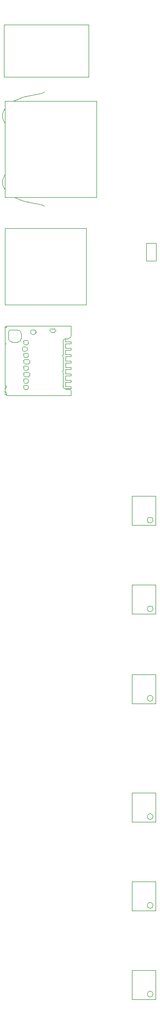
<source format=gbr>
%TF.GenerationSoftware,Altium Limited,Altium Designer,19.1.5 (86)*%
G04 Layer_Color=16711935*
%FSLAX26Y26*%
%MOIN*%
%TF.FileFunction,Other,Mechanical_13*%
%TF.Part,Single*%
G01*
G75*
%TA.AperFunction,NonConductor*%
%ADD98C,0.003937*%
D98*
X2027992Y2777008D02*
G03*
X2027992Y2777008I-19685J0D01*
G01*
Y3377008D02*
G03*
X2027992Y3377008I-19685J0D01*
G01*
Y3977008D02*
G03*
X2027992Y3977008I-19685J0D01*
G01*
Y4777008D02*
G03*
X2027992Y4777008I-19685J0D01*
G01*
Y5382008D02*
G03*
X2027992Y5382008I-19685J0D01*
G01*
Y5982008D02*
G03*
X2027992Y5982008I-19685J0D01*
G01*
X1417815Y7096921D02*
G03*
X1413878Y7092984I0J-3937D01*
G01*
X1360728Y7252421D02*
G03*
X1368602Y7260295I0J7874D01*
G01*
X1150886Y6958130D02*
G03*
X1158760Y6950256I7874J0D01*
G01*
X1174508Y7080177D02*
G03*
X1182382Y7088051I0J7874D01*
G01*
X1158760Y6895138D02*
G03*
X1150886Y6887264I0J-7874D01*
G01*
X1024901Y6873287D02*
G03*
X1036712Y6885098I0J11811D01*
G01*
X1413878Y6986685D02*
G03*
X1417815Y6982748I3937J0D01*
G01*
X1111909Y7185886D02*
G03*
X1135531Y7209508I0J23622D01*
G01*
X1337106Y7276043D02*
G03*
X1329232Y7268169I0J-7874D01*
G01*
X1150886Y7001437D02*
G03*
X1158760Y6993563I7874J0D01*
G01*
X1182382Y7103799D02*
G03*
X1174508Y7111673I-7874J0D01*
G01*
X1135531Y7242973D02*
G03*
X1111909Y7266595I-23622J0D01*
G01*
X1174508Y7147106D02*
G03*
X1166634Y7154980I-7874J0D01*
G01*
X1417815Y6887657D02*
G03*
X1437500Y6867972I19685J0D01*
G01*
X1329232Y7260295D02*
G03*
X1337106Y7252421I7874J0D01*
G01*
X1472933Y6856161D02*
G03*
X1461122Y6867972I-11811J0D01*
G01*
X1174508Y6993563D02*
G03*
X1182382Y7001437I0J7874D01*
G01*
X1064665Y7266595D02*
G03*
X1048917Y7250847I0J-15748D01*
G01*
X1192224Y6973878D02*
G03*
X1184350Y6981752I-7874J0D01*
G01*
X1048917Y7209508D02*
G03*
X1072539Y7185886I23622J0D01*
G01*
X1036712Y6885886D02*
G03*
X1032775Y6889823I-3937J0D01*
G01*
X1192224Y7060492D02*
G03*
X1184350Y7068366I-7874J0D01*
G01*
X1453248Y7208917D02*
G03*
X1472933Y7228602I0J19685D01*
G01*
X1158760Y6981752D02*
G03*
X1150886Y6973878I0J-7874D01*
G01*
X1158760Y7025059D02*
G03*
X1150886Y7017185I0J-7874D01*
G01*
Y6914823D02*
G03*
X1158760Y6906949I7874J0D01*
G01*
Y7068366D02*
G03*
X1150886Y7060492I0J-7874D01*
G01*
X1143012Y7131358D02*
G03*
X1150886Y7123484I7874J0D01*
G01*
X1174508Y6863642D02*
G03*
X1182382Y6871516I0J7874D01*
G01*
X1417815Y6990622D02*
G03*
X1413878Y6986685I0J-3937D01*
G01*
X1198523Y7248878D02*
G03*
X1210334Y7237067I11811J0D01*
G01*
X1166634Y7123484D02*
G03*
X1174508Y7131358I0J7874D01*
G01*
X1150886Y7174665D02*
G03*
X1158760Y7166791I7874J0D01*
G01*
X1174508Y6906949D02*
G03*
X1182382Y6914823I0J7874D01*
G01*
Y7017185D02*
G03*
X1174508Y7025059I-7874J0D01*
G01*
X1158760Y6938445D02*
G03*
X1150886Y6930571I0J-7874D01*
G01*
X1182382Y6887264D02*
G03*
X1174508Y6895138I-7874J0D01*
G01*
X1182382Y6930571D02*
G03*
X1174508Y6938445I-7874J0D01*
G01*
X1184350Y7036870D02*
G03*
X1192224Y7044744I0J7874D01*
G01*
X1036712Y6837854D02*
G03*
X1024901Y6849665I-11811J0D01*
G01*
X1174508Y7166791D02*
G03*
X1182382Y7174665I0J7874D01*
G01*
X1368602Y7268169D02*
G03*
X1360728Y7276043I-7874J0D01*
G01*
X1210334Y7268563D02*
G03*
X1198523Y7256752I0J-11811D01*
G01*
X1150886Y6871516D02*
G03*
X1158760Y6863642I7874J0D01*
G01*
X1184350Y6950256D02*
G03*
X1192224Y6958130I0J7874D01*
G01*
X1158760Y7198288D02*
G03*
X1150886Y7190413I0J-7874D01*
G01*
X1413878Y7092984D02*
G03*
X1417815Y7089047I3937J0D01*
G01*
X1222146Y7237067D02*
G03*
X1233957Y7248878I0J11811D01*
G01*
X1182382Y7190413D02*
G03*
X1174508Y7198288I-7874J0D01*
G01*
X1437500Y7208917D02*
G03*
X1417815Y7189232I0J-19685D01*
G01*
X1233957Y7256752D02*
G03*
X1222146Y7268563I-11811J0D01*
G01*
X1158760Y7111673D02*
G03*
X1150886Y7103799I0J-7874D01*
G01*
Y7088051D02*
G03*
X1158760Y7080177I7874J0D01*
G01*
X1150886Y7154980D02*
G03*
X1143012Y7147106I0J-7874D01*
G01*
X1150886Y7044744D02*
G03*
X1158760Y7036870I7874J0D01*
G01*
X1085000Y8814567D02*
G03*
X1113804Y8826049I-42106J147503D01*
G01*
X1146564Y8840590D02*
G03*
X1113804Y8826049I666431J-1545546D01*
G01*
X1024982Y8312500D02*
G03*
X1024989Y8217413I59971J-47539D01*
G01*
Y8762115D02*
G03*
X1024982Y8667028I59964J-47548D01*
G01*
X1277525Y8867291D02*
G03*
X1146564Y8840590I445314J-2518680D01*
G01*
X1277525Y8867291D02*
G03*
X1293873Y8875382I-4153J28950D01*
G01*
Y8104145D02*
G03*
X1277525Y8112237I-20500J-20859D01*
G01*
X1146564Y8138938D02*
G03*
X1277525Y8112237I576276J2491979D01*
G01*
X1113804Y8153479D02*
G03*
X1146564Y8138938I699190J1531005D01*
G01*
X1113804Y8153479D02*
G03*
X1085000Y8164961I-70910J-136022D01*
G01*
X1980551Y7734961D02*
Y7855039D01*
X2049449Y7734961D02*
Y7855039D01*
X1980551D02*
X2049449D01*
X1980551Y7734961D02*
X2049449D01*
X1886260Y2938425D02*
X2043740D01*
X1886260Y2741575D02*
X2043740D01*
X1886260D02*
Y2938425D01*
X2043740Y2741575D02*
Y2938425D01*
X1886260Y3538425D02*
X2043740D01*
X1886260Y3341575D02*
X2043740D01*
X1886260D02*
Y3538425D01*
X2043740Y3341575D02*
Y3538425D01*
X1886260Y4138425D02*
X2043740D01*
X1886260Y3941575D02*
X2043740D01*
X1886260D02*
Y4138425D01*
X2043740Y3941575D02*
Y4138425D01*
X1886260Y4938425D02*
X2043740D01*
X1886260Y4741575D02*
X2043740D01*
X1886260D02*
Y4938425D01*
X2043740Y4741575D02*
Y4938425D01*
X1886260Y5543425D02*
X2043740D01*
X1886260Y5346575D02*
X2043740D01*
X1886260D02*
Y5543425D01*
X2043740Y5346575D02*
Y5543425D01*
X1886260Y6143425D02*
X2043740D01*
X1886260Y5946575D02*
X2043740D01*
X1886260D02*
Y6143425D01*
X2043740Y5946575D02*
Y6143425D01*
X1072539Y7185886D02*
X1111909D01*
X1417815Y6990622D02*
Y7089047D01*
X1441943Y6916004D02*
X1449483D01*
X1158760Y7080177D02*
X1174508D01*
X1455967Y7089232D02*
X1470965D01*
X1192224Y7044744D02*
Y7060492D01*
X1452951Y7145925D02*
X1455967D01*
X1433563Y6886083D02*
X1441943D01*
X1455967Y7059311D02*
X1470965D01*
X1472933Y7228602D02*
Y7286870D01*
X1449483Y6886083D02*
X1452951D01*
X1158760Y6981752D02*
X1184350D01*
X1143012Y7131358D02*
Y7147106D01*
X1433563Y6972697D02*
Y7002618D01*
X1150886Y6871516D02*
Y6887264D01*
X1455967Y7132539D02*
X1470965D01*
X1455967Y6972697D02*
X1470965D01*
X1024114Y6849665D02*
Y6873287D01*
X1452951Y7002618D02*
X1455967D01*
X1433563Y6872697D02*
X1441943D01*
X1150886Y6958130D02*
Y6973878D01*
X1441943Y7145925D02*
X1449483D01*
X1433563Y7089232D02*
X1441943D01*
X1449483Y6872697D02*
X1452951D01*
X1158760Y7036870D02*
X1184350D01*
X1433563Y6929390D02*
X1441943D01*
X1158760Y6950256D02*
X1184350D01*
X1470965Y7089232D02*
Y7102618D01*
X1441943Y6972697D02*
X1449483D01*
X1150886Y7044744D02*
Y7060492D01*
X1433563Y7002618D02*
X1441943D01*
X1024114Y7290807D02*
X1036712D01*
Y7286870D02*
Y7295532D01*
X1174508Y7131358D02*
Y7147106D01*
X1337106Y7276043D02*
X1360728D01*
X1441943Y7059311D02*
X1449483D01*
X1135531Y7209508D02*
Y7242973D01*
X1452951Y7189232D02*
X1455967D01*
X1449483Y7145925D02*
X1452951D01*
X1470965Y7132539D02*
Y7145925D01*
X1437500Y6867972D02*
X1461122D01*
X1182382Y7174665D02*
Y7190413D01*
X1452951Y6886083D02*
X1455967D01*
X1433563Y7145925D02*
Y7175846D01*
X1024114Y7173288D02*
X1032775D01*
X1455967Y6929390D02*
X1470965D01*
X1433563Y6916004D02*
X1441943D01*
X1433563Y7175846D02*
X1441943D01*
X1024114Y7283524D02*
Y7290807D01*
X1233957Y7248878D02*
Y7256752D01*
X1455967Y6916004D02*
X1470965D01*
X1337106Y7252421D02*
X1360728D01*
X1470965Y7002618D02*
Y7016004D01*
X1024114Y6849665D02*
X1024901D01*
X1048917Y7209508D02*
Y7250847D01*
X1150886Y6914823D02*
Y6930571D01*
X1452951Y7102618D02*
X1455967D01*
Y7002618D02*
X1470965D01*
X1433563Y7132539D02*
X1441943D01*
X1198523Y7248878D02*
Y7256752D01*
X1455967Y7045925D02*
X1470965D01*
X1452951Y7132539D02*
X1455967D01*
X1441943Y6886083D02*
X1449483D01*
X1158760Y7025059D02*
X1174508D01*
X1210334Y7237067D02*
X1222146D01*
X1024114Y6889823D02*
Y7172106D01*
X1433563Y7189232D02*
Y7208520D01*
X1150886Y7088051D02*
Y7103799D01*
X1433563Y7045925D02*
X1441943D01*
X1158760Y7166791D02*
X1174508D01*
X1441943Y6959311D02*
X1449483D01*
X1470965Y6872697D02*
Y6886083D01*
X1024114Y6889823D02*
X1032775D01*
X1433563Y7189232D02*
X1441943D01*
X1452951Y6916004D02*
X1455967D01*
X1150886Y7154980D02*
X1166634D01*
X1470965Y7045925D02*
Y7059311D01*
X1441943Y7002618D02*
X1449483D01*
X1210334Y7268563D02*
X1222146D01*
X1441943Y7189232D02*
X1449483D01*
X1024114Y6829783D02*
X1036712D01*
X1449483Y7132539D02*
X1452951D01*
X1024114Y7283524D02*
X1036712D01*
X1182382Y7088051D02*
Y7103799D01*
X1452951Y7016004D02*
X1455967D01*
X1182382Y6871516D02*
Y6887264D01*
X1368602Y7260295D02*
Y7268169D01*
X1158760Y7198288D02*
X1174508D01*
X1433563Y6972697D02*
X1441943D01*
X1449483Y7059311D02*
X1452951D01*
X1441943Y7132539D02*
X1449483D01*
X1158760Y7068366D02*
X1184350D01*
X1470965Y6959311D02*
Y6972697D01*
X1472933Y7286870D02*
Y7295532D01*
X1449483Y7175846D02*
X1452951D01*
X1150886Y7001437D02*
Y7017185D01*
X1455967Y6959311D02*
X1470965D01*
X1452951Y7175846D02*
X1455967D01*
X1433563Y7145925D02*
X1441943D01*
X1433563Y7016004D02*
X1441943D01*
X1449483Y7102618D02*
X1452951D01*
X1036712Y6825059D02*
X1472933D01*
X1024114Y6829783D02*
Y6849665D01*
X1158760Y6906949D02*
X1174508D01*
X1455967Y6872697D02*
X1470965D01*
X1452951Y7089232D02*
X1455967D01*
X1437500Y7208917D02*
X1453248D01*
X1452951Y6929390D02*
X1455967D01*
X1472933Y6825059D02*
Y6833720D01*
X1024114Y7172106D02*
X1025060D01*
X1433563Y6886083D02*
Y6916004D01*
X1182382Y7001437D02*
Y7017185D01*
X1452951Y6972697D02*
X1455967D01*
X1150886Y7174665D02*
Y7190413D01*
X1449483Y6916004D02*
X1452951D01*
X1470965D02*
Y6929390D01*
X1024114Y7173288D02*
Y7283524D01*
X1452951Y6959311D02*
X1455967D01*
Y7145925D02*
X1470965D01*
X1064665Y7266595D02*
X1111909D01*
X1158760Y6938445D02*
X1174508D01*
X1158760Y6863642D02*
X1174508D01*
X1433563Y7059311D02*
Y7089232D01*
X1036712Y6885098D02*
Y6885886D01*
X1433563Y6929390D02*
Y6959311D01*
X1472933Y6833720D02*
Y6856161D01*
X1455967Y7175846D02*
X1470965D01*
X1329232Y7260295D02*
Y7268169D01*
X1433563Y7102618D02*
X1441943D01*
X1455967Y7189232D02*
X1470965D01*
X1449483Y7089232D02*
X1452951D01*
X1449483Y6929390D02*
X1452951D01*
X1441943Y7175846D02*
X1449483D01*
Y7002618D02*
X1452951D01*
Y6872697D02*
X1455967D01*
X1449483Y7189232D02*
X1452951D01*
X1449483Y7016004D02*
X1452951D01*
X1036712Y7283524D02*
Y7286870D01*
Y7295532D02*
X1472933D01*
X1441943Y7045925D02*
X1449483D01*
X1025060Y7172106D02*
Y7173288D01*
X1433563Y6868370D02*
Y6872697D01*
X1449483Y7045925D02*
X1452951D01*
X1024114Y6873287D02*
X1024901D01*
X1452951Y7045925D02*
X1455967D01*
X1158760Y6993563D02*
X1174508D01*
X1455967Y7016004D02*
X1470965D01*
X1150886Y7123484D02*
X1166634D01*
X1441943Y7089232D02*
X1449483D01*
X1441943Y6929390D02*
X1449483D01*
X1433563Y6959311D02*
X1441943D01*
X1433563Y7102618D02*
Y7132539D01*
X1441943Y7102618D02*
X1449483D01*
X1182382Y6914823D02*
Y6930571D01*
X1470965Y7175846D02*
Y7189232D01*
X1449483Y6959311D02*
X1452951D01*
X1417815Y6887657D02*
Y6982748D01*
X1452951Y7059311D02*
X1455967D01*
X1441943Y6872697D02*
X1449483D01*
X1455967Y7102618D02*
X1470965D01*
X1036712Y6825059D02*
Y6833720D01*
X1158760Y7111673D02*
X1174508D01*
X1433563Y7016004D02*
Y7045925D01*
X1028838Y6873963D02*
Y6889823D01*
X1158760Y6895138D02*
X1174508D01*
X1441943Y7016004D02*
X1449483D01*
X1455967Y6886083D02*
X1470965D01*
X1433563Y7059311D02*
X1441943D01*
X1417815Y7096921D02*
Y7189232D01*
X1036712Y6833720D02*
Y6837854D01*
X1449483Y6972697D02*
X1452951D01*
X1192224Y6958130D02*
Y6973878D01*
X1574803Y7436535D02*
Y7953465D01*
X1023622D02*
X1574803D01*
X1023622Y7436535D02*
Y7953465D01*
Y7436535D02*
X1574803D01*
X1590591Y8977835D02*
Y9332165D01*
X1019724D02*
X1590591D01*
X1019724Y8977835D02*
Y9332165D01*
Y8977835D02*
X1590591D01*
X1024961Y8164961D02*
Y8814567D01*
X1645039Y8164961D02*
Y8814567D01*
X1024961D02*
X1645039D01*
X1024961Y8164961D02*
X1645039D01*
%TF.MD5,d18f4421edcd24941ae70d673f01e77b*%
M02*

</source>
